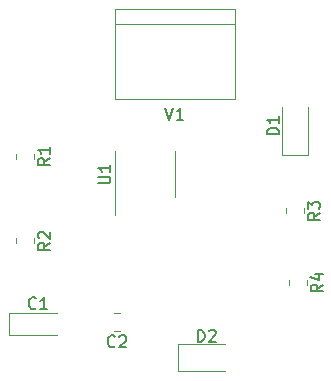
<source format=gbr>
%TF.GenerationSoftware,KiCad,Pcbnew,(6.0.10-0)*%
%TF.CreationDate,2023-02-17T12:22:24-08:00*%
%TF.ProjectId,Lab 1 Exercise 2,4c616220-3120-4457-9865-726369736520,rev?*%
%TF.SameCoordinates,Original*%
%TF.FileFunction,Legend,Top*%
%TF.FilePolarity,Positive*%
%FSLAX46Y46*%
G04 Gerber Fmt 4.6, Leading zero omitted, Abs format (unit mm)*
G04 Created by KiCad (PCBNEW (6.0.10-0)) date 2023-02-17 12:22:24*
%MOMM*%
%LPD*%
G01*
G04 APERTURE LIST*
%ADD10C,0.150000*%
%ADD11C,0.120000*%
G04 APERTURE END LIST*
D10*
%TO.C,R1*%
X134182380Y-79906666D02*
X133706190Y-80240000D01*
X134182380Y-80478095D02*
X133182380Y-80478095D01*
X133182380Y-80097142D01*
X133230000Y-80001904D01*
X133277619Y-79954285D01*
X133372857Y-79906666D01*
X133515714Y-79906666D01*
X133610952Y-79954285D01*
X133658571Y-80001904D01*
X133706190Y-80097142D01*
X133706190Y-80478095D01*
X134182380Y-78954285D02*
X134182380Y-79525714D01*
X134182380Y-79240000D02*
X133182380Y-79240000D01*
X133325238Y-79335238D01*
X133420476Y-79430476D01*
X133468095Y-79525714D01*
%TO.C,U1*%
X138292380Y-82041904D02*
X139101904Y-82041904D01*
X139197142Y-81994285D01*
X139244761Y-81946666D01*
X139292380Y-81851428D01*
X139292380Y-81660952D01*
X139244761Y-81565714D01*
X139197142Y-81518095D01*
X139101904Y-81470476D01*
X138292380Y-81470476D01*
X139292380Y-80470476D02*
X139292380Y-81041904D01*
X139292380Y-80756190D02*
X138292380Y-80756190D01*
X138435238Y-80851428D01*
X138530476Y-80946666D01*
X138578095Y-81041904D01*
%TO.C,D1*%
X153572380Y-77878095D02*
X152572380Y-77878095D01*
X152572380Y-77640000D01*
X152620000Y-77497142D01*
X152715238Y-77401904D01*
X152810476Y-77354285D01*
X153000952Y-77306666D01*
X153143809Y-77306666D01*
X153334285Y-77354285D01*
X153429523Y-77401904D01*
X153524761Y-77497142D01*
X153572380Y-77640000D01*
X153572380Y-77878095D01*
X153572380Y-76354285D02*
X153572380Y-76925714D01*
X153572380Y-76640000D02*
X152572380Y-76640000D01*
X152715238Y-76735238D01*
X152810476Y-76830476D01*
X152858095Y-76925714D01*
%TO.C,R4*%
X157292380Y-90606666D02*
X156816190Y-90940000D01*
X157292380Y-91178095D02*
X156292380Y-91178095D01*
X156292380Y-90797142D01*
X156340000Y-90701904D01*
X156387619Y-90654285D01*
X156482857Y-90606666D01*
X156625714Y-90606666D01*
X156720952Y-90654285D01*
X156768571Y-90701904D01*
X156816190Y-90797142D01*
X156816190Y-91178095D01*
X156625714Y-89749523D02*
X157292380Y-89749523D01*
X156244761Y-89987619D02*
X156959047Y-90225714D01*
X156959047Y-89606666D01*
%TO.C,C1*%
X133015833Y-92587142D02*
X132968214Y-92634761D01*
X132825357Y-92682380D01*
X132730119Y-92682380D01*
X132587261Y-92634761D01*
X132492023Y-92539523D01*
X132444404Y-92444285D01*
X132396785Y-92253809D01*
X132396785Y-92110952D01*
X132444404Y-91920476D01*
X132492023Y-91825238D01*
X132587261Y-91730000D01*
X132730119Y-91682380D01*
X132825357Y-91682380D01*
X132968214Y-91730000D01*
X133015833Y-91777619D01*
X133968214Y-92682380D02*
X133396785Y-92682380D01*
X133682500Y-92682380D02*
X133682500Y-91682380D01*
X133587261Y-91825238D01*
X133492023Y-91920476D01*
X133396785Y-91968095D01*
%TO.C,D2*%
X146721904Y-95437380D02*
X146721904Y-94437380D01*
X146960000Y-94437380D01*
X147102857Y-94485000D01*
X147198095Y-94580238D01*
X147245714Y-94675476D01*
X147293333Y-94865952D01*
X147293333Y-95008809D01*
X147245714Y-95199285D01*
X147198095Y-95294523D01*
X147102857Y-95389761D01*
X146960000Y-95437380D01*
X146721904Y-95437380D01*
X147674285Y-94532619D02*
X147721904Y-94485000D01*
X147817142Y-94437380D01*
X148055238Y-94437380D01*
X148150476Y-94485000D01*
X148198095Y-94532619D01*
X148245714Y-94627857D01*
X148245714Y-94723095D01*
X148198095Y-94865952D01*
X147626666Y-95437380D01*
X148245714Y-95437380D01*
%TO.C,R2*%
X134182380Y-87066666D02*
X133706190Y-87400000D01*
X134182380Y-87638095D02*
X133182380Y-87638095D01*
X133182380Y-87257142D01*
X133230000Y-87161904D01*
X133277619Y-87114285D01*
X133372857Y-87066666D01*
X133515714Y-87066666D01*
X133610952Y-87114285D01*
X133658571Y-87161904D01*
X133706190Y-87257142D01*
X133706190Y-87638095D01*
X133277619Y-86685714D02*
X133230000Y-86638095D01*
X133182380Y-86542857D01*
X133182380Y-86304761D01*
X133230000Y-86209523D01*
X133277619Y-86161904D01*
X133372857Y-86114285D01*
X133468095Y-86114285D01*
X133610952Y-86161904D01*
X134182380Y-86733333D01*
X134182380Y-86114285D01*
%TO.C,V1*%
X143970476Y-75652380D02*
X144303809Y-76652380D01*
X144637142Y-75652380D01*
X145494285Y-76652380D02*
X144922857Y-76652380D01*
X145208571Y-76652380D02*
X145208571Y-75652380D01*
X145113333Y-75795238D01*
X145018095Y-75890476D01*
X144922857Y-75938095D01*
%TO.C,R3*%
X157042380Y-84526666D02*
X156566190Y-84860000D01*
X157042380Y-85098095D02*
X156042380Y-85098095D01*
X156042380Y-84717142D01*
X156090000Y-84621904D01*
X156137619Y-84574285D01*
X156232857Y-84526666D01*
X156375714Y-84526666D01*
X156470952Y-84574285D01*
X156518571Y-84621904D01*
X156566190Y-84717142D01*
X156566190Y-85098095D01*
X156042380Y-84193333D02*
X156042380Y-83574285D01*
X156423333Y-83907619D01*
X156423333Y-83764761D01*
X156470952Y-83669523D01*
X156518571Y-83621904D01*
X156613809Y-83574285D01*
X156851904Y-83574285D01*
X156947142Y-83621904D01*
X156994761Y-83669523D01*
X157042380Y-83764761D01*
X157042380Y-84050476D01*
X156994761Y-84145714D01*
X156947142Y-84193333D01*
%TO.C,C2*%
X139695833Y-95818394D02*
X139648214Y-95866013D01*
X139505357Y-95913632D01*
X139410119Y-95913632D01*
X139267261Y-95866013D01*
X139172023Y-95770775D01*
X139124404Y-95675537D01*
X139076785Y-95485061D01*
X139076785Y-95342204D01*
X139124404Y-95151728D01*
X139172023Y-95056490D01*
X139267261Y-94961252D01*
X139410119Y-94913632D01*
X139505357Y-94913632D01*
X139648214Y-94961252D01*
X139695833Y-95008871D01*
X140076785Y-95008871D02*
X140124404Y-94961252D01*
X140219642Y-94913632D01*
X140457738Y-94913632D01*
X140552976Y-94961252D01*
X140600595Y-95008871D01*
X140648214Y-95104109D01*
X140648214Y-95199347D01*
X140600595Y-95342204D01*
X140029166Y-95913632D01*
X140648214Y-95913632D01*
D11*
%TO.C,R1*%
X132815000Y-79512936D02*
X132815000Y-79967064D01*
X131345000Y-79512936D02*
X131345000Y-79967064D01*
%TO.C,U1*%
X144800000Y-81280000D02*
X144800000Y-83230000D01*
X139680000Y-81280000D02*
X139680000Y-79330000D01*
X144800000Y-81280000D02*
X144800000Y-79330000D01*
X139680000Y-81280000D02*
X139680000Y-84730000D01*
%TO.C,D1*%
X153805000Y-75540000D02*
X153805000Y-79600000D01*
X156075000Y-79600000D02*
X156075000Y-75540000D01*
X153805000Y-79600000D02*
X156075000Y-79600000D01*
%TO.C,R4*%
X154455000Y-90212936D02*
X154455000Y-90667064D01*
X155925000Y-90212936D02*
X155925000Y-90667064D01*
%TO.C,C1*%
X130697500Y-94915000D02*
X134782500Y-94915000D01*
X134782500Y-93045000D02*
X130697500Y-93045000D01*
X130697500Y-93045000D02*
X130697500Y-94915000D01*
%TO.C,D2*%
X145000000Y-97940000D02*
X149060000Y-97940000D01*
X149060000Y-95670000D02*
X145000000Y-95670000D01*
X145000000Y-95670000D02*
X145000000Y-97940000D01*
%TO.C,R2*%
X132815000Y-86672936D02*
X132815000Y-87127064D01*
X131345000Y-86672936D02*
X131345000Y-87127064D01*
%TO.C,V1*%
X139700000Y-67310000D02*
X139700000Y-74930000D01*
X139700000Y-74930000D02*
X149860000Y-74930000D01*
X149860000Y-67310000D02*
X139700000Y-67310000D01*
X149860000Y-74930000D02*
X149860000Y-67310000D01*
X139700000Y-68580000D02*
X149860000Y-68580000D01*
%TO.C,R3*%
X155675000Y-84132936D02*
X155675000Y-84587064D01*
X154205000Y-84132936D02*
X154205000Y-84587064D01*
%TO.C,C2*%
X140123752Y-94516252D02*
X139601248Y-94516252D01*
X140123752Y-93046252D02*
X139601248Y-93046252D01*
%TD*%
M02*

</source>
